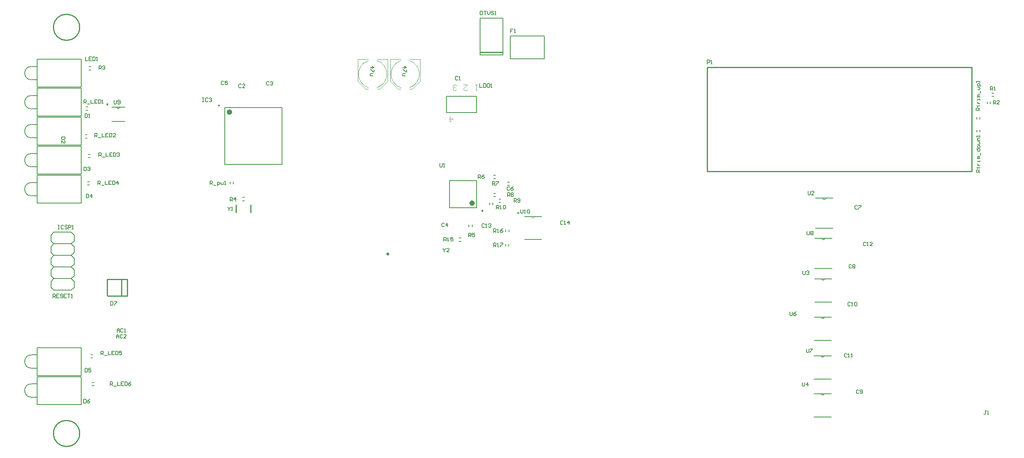
<source format=gbr>
G04 Layer_Color=65535*
%FSLAX45Y45*%
%MOMM*%
%TF.FileFunction,Legend,Top*%
%TF.Part,Single*%
G01*
G75*
%TA.AperFunction,NonConductor*%
%ADD49C,0.60000*%
%ADD50C,0.25000*%
%ADD51C,0.15240*%
%ADD52C,0.10160*%
%ADD53C,0.12700*%
%ADD54C,0.30480*%
%ADD55C,0.25400*%
%ADD56C,0.00000*%
%ADD57C,0.20000*%
%ADD58C,0.20320*%
%ADD59C,0.22860*%
%ADD60C,0.15000*%
%ADD61C,0.08636*%
G36*
X20405368Y20648611D02*
Y20648447D01*
Y20647955D01*
Y20647301D01*
X20405203Y20646481D01*
Y20645335D01*
X20405040Y20642877D01*
X20404713Y20639764D01*
X20404385Y20636160D01*
X20403894Y20632063D01*
X20403238Y20627477D01*
X20403403D01*
X20403729Y20627641D01*
X20404221Y20627969D01*
X20404877Y20628296D01*
X20405696Y20628624D01*
X20406679Y20629115D01*
X20409135Y20630098D01*
X20412085Y20631409D01*
X20415689Y20632884D01*
X20419458Y20634193D01*
X20423553Y20635669D01*
X20427649Y20623544D01*
X20427486D01*
X20427158Y20623381D01*
X20426501Y20623218D01*
X20425847Y20622890D01*
X20424864Y20622562D01*
X20423553Y20622235D01*
X20420932Y20621579D01*
X20417654Y20620760D01*
X20414050Y20619942D01*
X20410120Y20619122D01*
X20406187Y20618629D01*
X20406516Y20618468D01*
X20407170Y20617812D01*
X20408318Y20616501D01*
X20409955Y20614862D01*
X20412085Y20612732D01*
X20414706Y20609784D01*
X20417654Y20606506D01*
X20419130Y20604541D01*
X20420932Y20602411D01*
X20410611Y20595203D01*
X20410448Y20595531D01*
X20409792Y20596513D01*
X20408646Y20597987D01*
X20407333Y20599954D01*
X20405531Y20602576D01*
X20403566Y20605852D01*
X20401273Y20609456D01*
X20398814Y20613551D01*
Y20613388D01*
X20398486Y20613060D01*
X20398160Y20612405D01*
X20397668Y20611586D01*
X20397177Y20610603D01*
X20396521Y20609456D01*
X20395047Y20606671D01*
X20393245Y20603722D01*
X20391443Y20600774D01*
X20389478Y20597824D01*
X20387674Y20595203D01*
X20377518Y20602411D01*
X20377681Y20602576D01*
X20378009Y20602904D01*
X20378500Y20603558D01*
X20379155Y20604378D01*
X20379974Y20605360D01*
X20380957Y20606506D01*
X20383087Y20609128D01*
X20385381Y20611749D01*
X20387674Y20614371D01*
X20389967Y20616827D01*
X20390952Y20617812D01*
X20391769Y20618629D01*
X20391606D01*
X20391280Y20618794D01*
X20390623D01*
X20389804Y20618958D01*
X20388821Y20619286D01*
X20387674Y20619449D01*
X20385052Y20620105D01*
X20381776Y20620760D01*
X20378172Y20621579D01*
X20374568Y20622562D01*
X20370799Y20623544D01*
X20374731Y20635669D01*
X20374896D01*
X20375388Y20635506D01*
X20376044Y20635178D01*
X20377026Y20634850D01*
X20378009Y20634521D01*
X20379318Y20634030D01*
X20382268Y20632884D01*
X20385545Y20631573D01*
X20388821Y20630098D01*
X20391934Y20628789D01*
X20393245Y20627969D01*
X20394556Y20627313D01*
Y20627477D01*
Y20627969D01*
X20394392Y20628789D01*
X20394228Y20629771D01*
Y20631081D01*
X20394064Y20632556D01*
X20393736Y20635832D01*
X20393410Y20639436D01*
X20393245Y20642877D01*
X20392917Y20646153D01*
Y20647627D01*
Y20648775D01*
X20405368D01*
Y20648611D01*
D02*
G37*
G36*
X11413768Y23023511D02*
Y23023347D01*
Y23022856D01*
Y23022202D01*
X11413604Y23021381D01*
Y23020235D01*
X11413440Y23017776D01*
X11413113Y23014664D01*
X11412785Y23011060D01*
X11412294Y23006964D01*
X11411638Y23002377D01*
X11411802D01*
X11412130Y23002541D01*
X11412621Y23002869D01*
X11413277Y23003197D01*
X11414096Y23003523D01*
X11415079Y23004015D01*
X11417536Y23004997D01*
X11420485Y23006310D01*
X11424089Y23007784D01*
X11427858Y23009094D01*
X11431953Y23010568D01*
X11436049Y22998445D01*
X11435885D01*
X11435558Y22998280D01*
X11434902Y22998119D01*
X11434247Y22997791D01*
X11433264Y22997462D01*
X11431953Y22997134D01*
X11429332Y22996478D01*
X11426055Y22995660D01*
X11422451Y22994841D01*
X11418519Y22994022D01*
X11414587Y22993530D01*
X11414915Y22993367D01*
X11415570Y22992711D01*
X11416717Y22991402D01*
X11418355Y22989761D01*
X11420485Y22987633D01*
X11423106Y22984685D01*
X11426055Y22981407D01*
X11427530Y22979440D01*
X11429332Y22977312D01*
X11419011Y22970103D01*
X11418847Y22970430D01*
X11418192Y22971413D01*
X11417045Y22972888D01*
X11415734Y22974854D01*
X11413932Y22977475D01*
X11411966Y22980753D01*
X11409672Y22984357D01*
X11407215Y22988452D01*
Y22988287D01*
X11406887Y22987959D01*
X11406560Y22987305D01*
X11406068Y22986485D01*
X11405577Y22985503D01*
X11404921Y22984357D01*
X11403447Y22981570D01*
X11401645Y22978622D01*
X11399843Y22975673D01*
X11397877Y22972723D01*
X11396074Y22970103D01*
X11385917Y22977312D01*
X11386081Y22977475D01*
X11386409Y22977803D01*
X11386900Y22978458D01*
X11387555Y22979277D01*
X11388374Y22980260D01*
X11389357Y22981407D01*
X11391487Y22984029D01*
X11393781Y22986649D01*
X11396074Y22989272D01*
X11398368Y22991728D01*
X11399351Y22992711D01*
X11400170Y22993530D01*
X11400006D01*
X11399679Y22993694D01*
X11399023D01*
X11398204Y22993858D01*
X11397221Y22994186D01*
X11396074Y22994350D01*
X11393453Y22995004D01*
X11390177Y22995660D01*
X11386572Y22996478D01*
X11382968Y22997462D01*
X11379200Y22998445D01*
X11383132Y23010568D01*
X11383296D01*
X11383787Y23010405D01*
X11384443Y23010077D01*
X11385426Y23009750D01*
X11386409Y23009422D01*
X11387719Y23008929D01*
X11390668Y23007784D01*
X11393945Y23006473D01*
X11397221Y23004997D01*
X11400334Y23003688D01*
X11401645Y23002869D01*
X11402955Y23002213D01*
Y23002377D01*
Y23002869D01*
X11402792Y23003688D01*
X11402628Y23004671D01*
Y23005981D01*
X11402464Y23007455D01*
X11402136Y23010732D01*
X11401809Y23014337D01*
X11401645Y23017776D01*
X11401317Y23021054D01*
Y23022528D01*
Y23023676D01*
X11413768D01*
Y23023511D01*
D02*
G37*
D49*
X14110001Y22826199D02*
G03*
X14110001Y22826199I-30000J0D01*
G01*
X19419780Y20833659D02*
G03*
X19419780Y20833659I-30000J0D01*
G01*
D50*
X13862500Y22971201D02*
G03*
X13862500Y22971201I-12500J0D01*
G01*
X19627280Y20666161D02*
G03*
X19627280Y20666161I-12500J0D01*
G01*
D51*
X27033221Y17490440D02*
G03*
X27094180Y17490440I30480J0D01*
G01*
X27033221Y16662399D02*
G03*
X27094180Y16662399I30480J0D01*
G01*
X27038300Y18336259D02*
G03*
X27099261Y18336259I30480J0D01*
G01*
X27045920Y19177000D02*
G03*
X27106879Y19177000I30480J0D01*
G01*
X27066241Y20939760D02*
G03*
X27127200Y20939760I30480J0D01*
G01*
X27048459Y20063460D02*
G03*
X27109421Y20063460I30480J0D01*
G01*
X11615420Y22933659D02*
G03*
X11676380Y22933659I30480J0D01*
G01*
X26875739Y17490440D02*
X27033221D01*
X27094180D01*
X27251660D01*
X26875739Y16982440D02*
X27251660D01*
X26875739Y16662399D02*
X27033221D01*
X27094180D01*
X27251660D01*
X26875739Y16154401D02*
X27251660D01*
X26880820Y18336259D02*
X27038300D01*
X27099261D01*
X27256741D01*
X26880820Y17828259D02*
X27256741D01*
X26888440Y19177000D02*
X27045920D01*
X27106879D01*
X27264359D01*
X26888440Y18669000D02*
X27264359D01*
X26903680Y20939760D02*
X27066241D01*
X27127200D01*
X27289761D01*
X26903680Y20279359D02*
X27289761D01*
X10617201Y18928081D02*
X10680701Y18991580D01*
X10617201Y19182080D02*
X10680701Y19118581D01*
X10617201Y19182080D02*
X10680701Y19245580D01*
X10617201Y19436079D02*
X10680701Y19372580D01*
X10236201Y18928081D02*
X10617201D01*
X10172701Y18991580D02*
X10236201Y18928081D01*
X10172701Y18991580D02*
Y19118581D01*
X10236201Y19182080D01*
X10172701Y19245580D02*
X10236201Y19182080D01*
X10172701Y19245580D02*
Y19372580D01*
X10236201Y19436079D01*
Y19182080D02*
X10617201D01*
X10236201Y19436079D02*
X10617201D01*
X10680701Y19245580D02*
Y19372580D01*
Y18991580D02*
Y19118581D01*
X10617201Y19436079D02*
X10680701Y19499580D01*
X10617201Y19690080D02*
X10680701Y19626579D01*
X10172701Y19499580D02*
X10236201Y19436079D01*
X10172701Y19499580D02*
Y19626579D01*
X10236201Y19690080D01*
X10680701Y19499580D02*
Y19626579D01*
X10236201Y19690080D02*
X10617201D01*
X10236201Y19944080D02*
X10617201D01*
X10680701Y19753580D02*
Y19880580D01*
X10172701D02*
X10236201Y19944080D01*
X10172701Y19753580D02*
Y19880580D01*
Y19753580D02*
X10236201Y19690080D01*
X10617201Y19944080D02*
X10680701Y19880580D01*
X10617201Y19690080D02*
X10680701Y19753580D01*
X10236201Y19690080D02*
X10617201D01*
X10236201Y19944080D02*
X10617201D01*
X10680701Y20007581D01*
X10617201Y20198080D02*
X10680701Y20134579D01*
X10172701Y20007581D02*
X10236201Y19944080D01*
X10172701Y20007581D02*
Y20134579D01*
X10236201Y20198080D01*
X10680701Y20007581D02*
Y20134579D01*
X10236201Y20198080D02*
X10617201D01*
X26885901Y20063460D02*
X27048459D01*
X27109421D01*
X27271979D01*
X26885901Y19403059D02*
X27271979D01*
X11501120Y22618700D02*
X11790680D01*
X11676380Y22933659D02*
X11790680D01*
X11615420D02*
X11676380D01*
X11501120D02*
X11615420D01*
X20538440Y20535899D02*
X20695920D01*
X20756880D01*
X20914360D01*
X20538440Y20038060D02*
X20914360D01*
D52*
X17831155Y23950600D02*
G03*
X17831155Y23360609I94999J-294996D01*
G01*
X18021149D02*
G03*
X18021149Y23950600I-94999J294996D01*
G01*
X17119955D02*
G03*
X17119955Y23360609I94999J-294996D01*
G01*
X17309949D02*
G03*
X17309949Y23950600I-94999J294996D01*
G01*
X17601160Y23980597D02*
X17831155D01*
X17601160Y23500613D02*
Y23980597D01*
Y23500613D02*
X17771161Y23330611D01*
X17831155D01*
X18021149D02*
X18081142D01*
X18251144Y23500613D01*
Y23980597D01*
X18021149D02*
X18251144D01*
X16889960D02*
X17119955D01*
X16889960Y23500613D02*
Y23980597D01*
Y23500613D02*
X17059961Y23330611D01*
X17119955D01*
X17309949D02*
X17369942D01*
X17539944Y23500613D01*
Y23980597D01*
X17309949D02*
X17539944D01*
D53*
X9743440Y22552879D02*
G03*
X9743440Y22262880I0J-145000D01*
G01*
Y23187880D02*
G03*
X9743440Y22897881I0J-145000D01*
G01*
Y21282880D02*
G03*
X9743440Y20992880I0J-145000D01*
G01*
Y16875980D02*
G03*
X9743440Y16585980I0J-145000D01*
G01*
Y17510980D02*
G03*
X9743440Y17220979I0J-145000D01*
G01*
Y23822881D02*
G03*
X9743440Y23532880I0J-145000D01*
G01*
Y21917880D02*
G03*
X9743440Y21627879I0J-145000D01*
G01*
X9752240Y22552879D02*
X9862240D01*
X9752240Y22262880D02*
X9862240D01*
X9870440Y22712680D02*
X10835640D01*
X9870440Y22103081D02*
Y22712680D01*
Y22103081D02*
X10835640D01*
Y22712680D01*
Y22738080D02*
Y23347681D01*
X9870440Y22738080D02*
X10835640D01*
X9870440D02*
Y23347681D01*
X10835640D01*
X9752240Y22897881D02*
X9862240D01*
X9752240Y23187880D02*
X9862240D01*
X10835640Y20833080D02*
Y21442680D01*
X9870440Y20833080D02*
X10835640D01*
X9870440D02*
Y21442680D01*
X10835640D01*
X9752240Y20992880D02*
X9862240D01*
X9752240Y21282880D02*
X9862240D01*
X9752240Y16875980D02*
X9862240D01*
X9752240Y16585980D02*
X9862240D01*
X9870440Y17035780D02*
X10835640D01*
X9870440Y16426180D02*
Y17035780D01*
Y16426180D02*
X10835640D01*
Y17035780D01*
X9752240Y17510980D02*
X9862240D01*
X9752240Y17220979D02*
X9862240D01*
X9870440Y17670779D02*
X10835640D01*
X9870440Y17061180D02*
Y17670779D01*
Y17061180D02*
X10835640D01*
Y17670779D01*
X9752240Y23822881D02*
X9862240D01*
X9752240Y23532880D02*
X9862240D01*
X9870440Y23982680D02*
X10835640D01*
X9870440Y23373080D02*
Y23982680D01*
Y23373080D02*
X10835640D01*
Y23982680D01*
X9752240Y21917880D02*
X9862240D01*
X9752240Y21627879D02*
X9862240D01*
X9870440Y22077679D02*
X10835640D01*
X9870440Y21468080D02*
Y22077679D01*
Y21468080D02*
X10835640D01*
Y22077679D01*
D54*
X17563109Y19718604D02*
G03*
X17563109Y19718604I-17958J0D01*
G01*
D55*
X10801350Y15791180D02*
G03*
X10801350Y15791180I-285750J0D01*
G01*
Y24681180D02*
G03*
X10801350Y24681180I-285750J0D01*
G01*
X19567081Y24135080D02*
X20067081D01*
X24537000Y21524420D02*
X30326999D01*
Y23804420D01*
X24537000D02*
X30326999D01*
X24537000Y21524420D02*
Y23804420D01*
X11715580Y18803960D02*
Y19163960D01*
X11413580Y18803960D02*
X11845580D01*
X11405580Y18807961D02*
Y19163960D01*
X11837580D01*
X11845580Y18807961D02*
Y19163960D01*
D56*
X20695920Y20535899D02*
G03*
X20756880Y20535899I30480J0D01*
G01*
D57*
X13980000Y21676199D02*
X15230000D01*
X13980000Y22926199D02*
X15230000D01*
Y21676199D02*
Y22926199D01*
X13980000Y21676199D02*
Y22926199D01*
X19860580Y21439580D02*
X19900580D01*
X19860580Y21369580D02*
X19900580D01*
X20167920Y21289720D02*
X20207919D01*
X20167920Y21219720D02*
X20207919D01*
X19977420Y20848880D02*
X20017419D01*
X19977420Y20918880D02*
X20017419D01*
X19860580Y21043340D02*
X19900580D01*
X19860580Y20973340D02*
X19900580D01*
X19847000Y20800380D02*
Y20840379D01*
X19777000Y20800380D02*
Y20840379D01*
X19392340Y20315240D02*
Y20355240D01*
X19322340Y20315240D02*
Y20355240D01*
X20974440Y24239220D02*
Y24489220D01*
X20229440D02*
X20974440D01*
X20229440Y23989220D02*
Y24489220D01*
Y23989220D02*
X20974440D01*
Y24239220D01*
X19817081Y24076981D02*
X20067081D01*
Y24878979D01*
X19567081D02*
X20067081D01*
X19567081Y24076981D02*
Y24878979D01*
Y24076981D02*
X19817081D01*
X14366560Y20886980D02*
X14406560D01*
X14366560Y20956979D02*
X14406560D01*
X30663440Y23007640D02*
Y23047639D01*
X30733441Y23007640D02*
Y23047639D01*
X30767340Y23170441D02*
X30807339D01*
X30767340Y23240440D02*
X30807339D01*
X11006140Y23749561D02*
X11046140D01*
X11006140Y23819560D02*
X11046140D01*
X30434839Y22672360D02*
Y22712360D01*
X30504840Y22672360D02*
Y22712360D01*
X30434839Y22390421D02*
Y22430420D01*
X30504840Y22390421D02*
Y22430420D01*
X14167560Y21257581D02*
Y21297580D01*
X14097560Y21257581D02*
Y21297580D01*
X10970580Y21302420D02*
X11010580D01*
X10970580Y21232420D02*
X11010580D01*
X10988360Y21904401D02*
X11028360D01*
X10988360Y21834399D02*
X11028360D01*
X10927400Y22328580D02*
X10967400D01*
X10927400Y22258580D02*
X10967400D01*
X10937560Y22938181D02*
X10977560D01*
X10937560Y22868179D02*
X10977560D01*
X11044240Y17445280D02*
X11084240D01*
X11044240Y17515280D02*
X11084240D01*
X11077260Y16838220D02*
X11117260D01*
X11077260Y16908220D02*
X11117260D01*
X18899780Y21323660D02*
X19489780D01*
X18899780Y20733659D02*
X19489780D01*
X18899780D02*
Y21323660D01*
X19489780Y20733659D02*
Y21323660D01*
X19111279Y20067979D02*
X19151280D01*
X19111279Y19997980D02*
X19151280D01*
X20197520Y20206020D02*
Y20246021D01*
X20127521Y20206020D02*
Y20246021D01*
X20194980Y19896140D02*
Y19936140D01*
X20124980Y19896140D02*
Y19936140D01*
D58*
X18831560Y22814279D02*
Y23169879D01*
X19486880D01*
Y22814279D02*
Y23169879D01*
X18831560Y22814279D02*
X19486880D01*
D59*
X14542084Y20629790D02*
Y20791068D01*
X14222064Y20629790D02*
Y20791068D01*
D60*
X19923759Y20706081D02*
Y20786053D01*
X19963747D01*
X19977077Y20772725D01*
Y20746066D01*
X19963747Y20732738D01*
X19923759D01*
X19950418D02*
X19977077Y20706081D01*
X20003734D02*
X20030392D01*
X20017062D01*
Y20786053D01*
X20003734Y20772725D01*
X20070380D02*
X20083710Y20786053D01*
X20110367D01*
X20123695Y20772725D01*
Y20719409D01*
X20110367Y20706081D01*
X20083710D01*
X20070380Y20719409D01*
Y20772725D01*
X20307300Y20853400D02*
Y20933374D01*
X20347287D01*
X20360616Y20920045D01*
Y20893387D01*
X20347287Y20880058D01*
X20307300D01*
X20333958D02*
X20360616Y20853400D01*
X20387274Y20866730D02*
X20400603Y20853400D01*
X20427261D01*
X20440590Y20866730D01*
Y20920045D01*
X20427261Y20933374D01*
X20400603D01*
X20387274Y20920045D01*
Y20906715D01*
X20400603Y20893387D01*
X20440590D01*
X20162520Y20977859D02*
Y21057834D01*
X20202507D01*
X20215836Y21044505D01*
Y21017847D01*
X20202507Y21004518D01*
X20162520D01*
X20189178D02*
X20215836Y20977859D01*
X20242494Y21044505D02*
X20255823Y21057834D01*
X20282481D01*
X20295810Y21044505D01*
Y21031177D01*
X20282481Y21017847D01*
X20295810Y21004518D01*
Y20991190D01*
X20282481Y20977859D01*
X20255823D01*
X20242494Y20991190D01*
Y21004518D01*
X20255823Y21017847D01*
X20242494Y21031177D01*
Y21044505D01*
X20255823Y21017847D02*
X20282481D01*
X19834860Y21226781D02*
Y21306754D01*
X19874847D01*
X19888176Y21293425D01*
Y21266766D01*
X19874847Y21253438D01*
X19834860D01*
X19861517D02*
X19888176Y21226781D01*
X19914835Y21306754D02*
X19968150D01*
Y21293425D01*
X19914835Y21240109D01*
Y21226781D01*
X19523158Y21373747D02*
Y21453722D01*
X19563145D01*
X19576476Y21440393D01*
Y21413734D01*
X19563145Y21400406D01*
X19523158D01*
X19549817D02*
X19576476Y21373747D01*
X19656448Y21453722D02*
X19629791Y21440393D01*
X19603133Y21413734D01*
Y21387077D01*
X19616463Y21373747D01*
X19643120D01*
X19656448Y21387077D01*
Y21400406D01*
X19643120Y21413734D01*
X19603133D01*
X19311620Y20093941D02*
Y20173914D01*
X19351607D01*
X19364935Y20160585D01*
Y20133926D01*
X19351607Y20120598D01*
X19311620D01*
X19338278D02*
X19364935Y20093941D01*
X19444910Y20173914D02*
X19391594D01*
Y20133926D01*
X19418253Y20147256D01*
X19431581D01*
X19444910Y20133926D01*
Y20107269D01*
X19431581Y20093941D01*
X19404922D01*
X19391594Y20107269D01*
X19659576Y20368864D02*
X19646246Y20382195D01*
X19619589D01*
X19606261Y20368864D01*
Y20315549D01*
X19619589Y20302220D01*
X19646246D01*
X19659576Y20315549D01*
X19686234Y20302220D02*
X19712892D01*
X19699564D01*
Y20382195D01*
X19686234Y20368864D01*
X19752879D02*
X19766209Y20382195D01*
X19792867D01*
X19806197Y20368864D01*
Y20355536D01*
X19792867Y20342207D01*
X19779538D01*
X19792867D01*
X19806197Y20328877D01*
Y20315549D01*
X19792867Y20302220D01*
X19766209D01*
X19752879Y20315549D01*
X19560539Y23445435D02*
Y23365460D01*
X19613857D01*
X19640514Y23445435D02*
Y23365460D01*
X19680501D01*
X19693829Y23378789D01*
Y23432104D01*
X19680501Y23445435D01*
X19640514D01*
X19760477D02*
X19733818D01*
X19720488Y23432104D01*
Y23378789D01*
X19733818Y23365460D01*
X19760477D01*
X19773804Y23378789D01*
Y23432104D01*
X19760477Y23445435D01*
X19800462Y23365460D02*
X19827121D01*
X19813792D01*
Y23445435D01*
X19800462Y23432104D01*
X20286955Y24644315D02*
X20233640D01*
Y24604327D01*
X20260298D01*
X20233640D01*
Y24564340D01*
X20313614D02*
X20340273D01*
X20326942D01*
Y24644315D01*
X20313614Y24630984D01*
X19568159Y25035474D02*
Y24955499D01*
X19608147D01*
X19621477Y24968829D01*
Y25022145D01*
X19608147Y25035474D01*
X19568159D01*
X19648134D02*
X19701450D01*
X19674792D01*
Y24955499D01*
X19728108Y25035474D02*
Y24982158D01*
X19754765Y24955499D01*
X19781424Y24982158D01*
Y25035474D01*
X19861398Y25022145D02*
X19848070Y25035474D01*
X19821413D01*
X19808083Y25022145D01*
Y25008817D01*
X19821413Y24995486D01*
X19848070D01*
X19861398Y24982158D01*
Y24968829D01*
X19848070Y24955499D01*
X19821413D01*
X19808083Y24968829D01*
X19888057Y24955499D02*
X19914716D01*
X19901385D01*
Y25035474D01*
X19888057Y25022145D01*
X14338277Y23427025D02*
X14324947Y23440353D01*
X14298289D01*
X14284959Y23427025D01*
Y23373709D01*
X14298289Y23360381D01*
X14324947D01*
X14338277Y23373709D01*
X14418250Y23360381D02*
X14364934D01*
X14418250Y23413696D01*
Y23427025D01*
X14404921Y23440353D01*
X14378262D01*
X14364934Y23427025D01*
X26708099Y17644073D02*
Y17577429D01*
X26721429Y17564101D01*
X26748087D01*
X26761417Y17577429D01*
Y17644073D01*
X26788074D02*
X26841391D01*
Y17630745D01*
X26788074Y17577429D01*
Y17564101D01*
X26619199Y16904935D02*
Y16838289D01*
X26632529Y16824960D01*
X26659186D01*
X26672516Y16838289D01*
Y16904935D01*
X26739160Y16824960D02*
Y16904935D01*
X26699173Y16864948D01*
X26752490D01*
X26347421Y18451794D02*
Y18385149D01*
X26360748Y18371820D01*
X26387408D01*
X26400735Y18385149D01*
Y18451794D01*
X26480710D02*
X26454053Y18438464D01*
X26427393Y18411807D01*
Y18385149D01*
X26440723Y18371820D01*
X26467380D01*
X26480710Y18385149D01*
Y18398479D01*
X26467380Y18411807D01*
X26427393D01*
X27594537Y17526605D02*
X27581207Y17539934D01*
X27554550D01*
X27541220Y17526605D01*
Y17473289D01*
X27554550Y17459959D01*
X27581207D01*
X27594537Y17473289D01*
X27621194Y17459959D02*
X27647852D01*
X27634521D01*
Y17539934D01*
X27621194Y17526605D01*
X27687839Y17459959D02*
X27714499D01*
X27701169D01*
Y17539934D01*
X27687839Y17526605D01*
X27853616Y16731586D02*
X27840286Y16744914D01*
X27813629D01*
X27800299Y16731586D01*
Y16678268D01*
X27813629Y16664940D01*
X27840286D01*
X27853616Y16678268D01*
X27880273D02*
X27893604Y16664940D01*
X27920261D01*
X27933591Y16678268D01*
Y16731586D01*
X27920261Y16744914D01*
X27893604D01*
X27880273Y16731586D01*
Y16718256D01*
X27893604Y16704927D01*
X27933591D01*
X27668195Y18651825D02*
X27654868Y18665154D01*
X27628210D01*
X27614880Y18651825D01*
Y18598509D01*
X27628210Y18585181D01*
X27654868D01*
X27668195Y18598509D01*
X27694855Y18585181D02*
X27721512D01*
X27708182D01*
Y18665154D01*
X27694855Y18651825D01*
X27761499D02*
X27774829Y18665154D01*
X27801486D01*
X27814816Y18651825D01*
Y18598509D01*
X27801486Y18585181D01*
X27774829D01*
X27761499Y18598509D01*
Y18651825D01*
X27693597Y19474785D02*
X27680267Y19488113D01*
X27653610D01*
X27640280Y19474785D01*
Y19421469D01*
X27653610Y19408141D01*
X27680267D01*
X27693597Y19421469D01*
X27720255Y19474785D02*
X27733582Y19488113D01*
X27760242D01*
X27773569Y19474785D01*
Y19461456D01*
X27760242Y19448128D01*
X27773569Y19434798D01*
Y19421469D01*
X27760242Y19408141D01*
X27733582D01*
X27720255Y19421469D01*
Y19434798D01*
X27733582Y19448128D01*
X27720255Y19461456D01*
Y19474785D01*
X27733582Y19448128D02*
X27760242D01*
X28006015Y19965005D02*
X27992688Y19978334D01*
X27966028D01*
X27952701Y19965005D01*
Y19911690D01*
X27966028Y19898360D01*
X27992688D01*
X28006015Y19911690D01*
X28032675Y19898360D02*
X28059332D01*
X28046002D01*
Y19978334D01*
X28032675Y19965005D01*
X28152637Y19898360D02*
X28099319D01*
X28152637Y19951675D01*
Y19965005D01*
X28139307Y19978334D01*
X28112650D01*
X28099319Y19965005D01*
X27823135Y20765105D02*
X27809808Y20778435D01*
X27783148D01*
X27769821Y20765105D01*
Y20711789D01*
X27783148Y20698460D01*
X27809808D01*
X27823135Y20711789D01*
X27849792Y20778435D02*
X27903110D01*
Y20765105D01*
X27849792Y20711789D01*
Y20698460D01*
X14094460Y20876260D02*
Y20956235D01*
X14134447D01*
X14147775Y20942905D01*
Y20916248D01*
X14134447Y20902917D01*
X14094460D01*
X14121118D02*
X14147775Y20876260D01*
X14214421D02*
Y20956235D01*
X14174434Y20916248D01*
X14227750D01*
X14947876Y23480365D02*
X14934547Y23493694D01*
X14907889D01*
X14894560Y23480365D01*
Y23427049D01*
X14907889Y23413721D01*
X14934547D01*
X14947876Y23427049D01*
X14974535Y23480365D02*
X14987863Y23493694D01*
X15014520D01*
X15027850Y23480365D01*
Y23467036D01*
X15014520Y23453706D01*
X15001192D01*
X15014520D01*
X15027850Y23440378D01*
Y23427049D01*
X15014520Y23413721D01*
X14987863D01*
X14974535Y23427049D01*
X30797501Y22999699D02*
Y23079674D01*
X30837488D01*
X30850815Y23066345D01*
Y23039687D01*
X30837488Y23026358D01*
X30797501D01*
X30824158D02*
X30850815Y22999699D01*
X30930789D02*
X30877475D01*
X30930789Y23053017D01*
Y23066345D01*
X30917462Y23079674D01*
X30890802D01*
X30877475Y23066345D01*
X30734000Y23301961D02*
Y23381934D01*
X30773987D01*
X30787317Y23368605D01*
Y23341946D01*
X30773987Y23328618D01*
X30734000D01*
X30760657D02*
X30787317Y23301961D01*
X30813974D02*
X30840631D01*
X30827304D01*
Y23381934D01*
X30813974Y23368605D01*
X11221720Y23759160D02*
Y23839134D01*
X11261707D01*
X11275036Y23825806D01*
Y23799147D01*
X11261707Y23785818D01*
X11221720D01*
X11248378D02*
X11275036Y23759160D01*
X11301694Y23825806D02*
X11315023Y23839134D01*
X11341681D01*
X11355010Y23825806D01*
Y23812476D01*
X11341681Y23799147D01*
X11328352D01*
X11341681D01*
X11355010Y23785818D01*
Y23772488D01*
X11341681Y23759160D01*
X11315023D01*
X11301694Y23772488D01*
X24538940Y23883620D02*
Y23963594D01*
X24578928D01*
X24592256Y23950266D01*
Y23923607D01*
X24578928Y23910278D01*
X24538940D01*
X24618913Y23883620D02*
X24645572D01*
X24632243D01*
Y23963594D01*
X24618913Y23950266D01*
X26629361Y19350954D02*
Y19284309D01*
X26642688Y19270979D01*
X26669348D01*
X26682675Y19284309D01*
Y19350954D01*
X26709335Y19337625D02*
X26722662Y19350954D01*
X26749323D01*
X26762650Y19337625D01*
Y19324297D01*
X26749323Y19310966D01*
X26735992D01*
X26749323D01*
X26762650Y19297638D01*
Y19284309D01*
X26749323Y19270979D01*
X26722662D01*
X26709335Y19284309D01*
X26741119Y21093394D02*
Y21026749D01*
X26754449Y21013420D01*
X26781107D01*
X26794437Y21026749D01*
Y21093394D01*
X26874411Y21013420D02*
X26821094D01*
X26874411Y21066736D01*
Y21080064D01*
X26861081Y21093394D01*
X26834424D01*
X26821094Y21080064D01*
X30502859Y22862540D02*
X30422885D01*
Y22902527D01*
X30436215Y22915855D01*
X30462872D01*
X30476202Y22902527D01*
Y22862540D01*
Y22889198D02*
X30502859Y22915855D01*
X30436215Y22955843D02*
X30449545D01*
Y22942514D01*
Y22969173D01*
Y22955843D01*
X30489532D01*
X30502859Y22969173D01*
X30449545Y23009158D02*
X30502859D01*
X30476202D01*
X30462872Y23022488D01*
X30449545Y23035818D01*
Y23049147D01*
X30502859Y23089134D02*
Y23115791D01*
Y23102463D01*
X30449545D01*
Y23089134D01*
X30502859Y23155779D02*
X30449545D01*
Y23169109D01*
X30462872Y23182437D01*
X30502859D01*
X30462872D01*
X30449545Y23195766D01*
X30462872Y23209094D01*
X30502859D01*
X30516190Y23235753D02*
Y23289069D01*
X30449545Y23315727D02*
X30489532D01*
X30502859Y23329056D01*
Y23369043D01*
X30449545D01*
X30529517Y23395702D02*
X30449545D01*
Y23435689D01*
X30462872Y23449017D01*
X30489532D01*
X30502859Y23435689D01*
Y23395702D01*
Y23475676D02*
Y23502335D01*
Y23489005D01*
X30422885D01*
X30436215Y23475676D01*
X30505399Y21511259D02*
X30425427D01*
Y21551247D01*
X30438754Y21564577D01*
X30465414D01*
X30478741Y21551247D01*
Y21511259D01*
Y21537918D02*
X30505399Y21564577D01*
X30438754Y21604562D02*
X30452084D01*
Y21591234D01*
Y21617892D01*
Y21604562D01*
X30492072D01*
X30505399Y21617892D01*
X30452084Y21657880D02*
X30505399D01*
X30478741D01*
X30465414Y21671210D01*
X30452084Y21684538D01*
Y21697867D01*
X30505399Y21737854D02*
Y21764513D01*
Y21751183D01*
X30452084D01*
Y21737854D01*
X30505399Y21804498D02*
X30452084D01*
Y21817828D01*
X30465414Y21831157D01*
X30505399D01*
X30465414D01*
X30452084Y21844485D01*
X30465414Y21857816D01*
X30505399D01*
X30518729Y21884473D02*
Y21937788D01*
X30425427Y22017763D02*
X30505399D01*
Y21977776D01*
X30492072Y21964447D01*
X30465414D01*
X30452084Y21977776D01*
Y22017763D01*
X30505399Y22057751D02*
Y22084409D01*
X30492072Y22097739D01*
X30465414D01*
X30452084Y22084409D01*
Y22057751D01*
X30465414Y22044421D01*
X30492072D01*
X30505399Y22057751D01*
X30452084Y22124396D02*
X30492072D01*
X30505399Y22137724D01*
X30492072Y22151054D01*
X30505399Y22164383D01*
X30492072Y22177711D01*
X30452084D01*
X30505399Y22204370D02*
X30452084D01*
Y22244357D01*
X30465414Y22257686D01*
X30505399D01*
Y22284344D02*
Y22311002D01*
Y22297673D01*
X30425427D01*
X30438754Y22284344D01*
X13652499Y21239481D02*
Y21319453D01*
X13692487D01*
X13705817Y21306125D01*
Y21279466D01*
X13692487Y21266138D01*
X13652499D01*
X13679158D02*
X13705817Y21239481D01*
X13732474Y21226151D02*
X13785789D01*
X13812448Y21212822D02*
Y21292796D01*
X13852435D01*
X13865764Y21279466D01*
Y21252809D01*
X13852435Y21239481D01*
X13812448D01*
X13892422Y21292796D02*
Y21252809D01*
X13905753Y21239481D01*
X13945740D01*
Y21292796D01*
X13972397Y21239481D02*
X13999055D01*
X13985725D01*
Y21319453D01*
X13972397Y21306125D01*
X11201400Y21236940D02*
Y21316914D01*
X11241387D01*
X11254716Y21303584D01*
Y21276927D01*
X11241387Y21263599D01*
X11201400D01*
X11228058D02*
X11254716Y21236940D01*
X11281374Y21223611D02*
X11334690D01*
X11361348Y21316914D02*
Y21236940D01*
X11414664D01*
X11494639Y21316914D02*
X11441323D01*
Y21236940D01*
X11494639D01*
X11441323Y21276927D02*
X11467981D01*
X11521297Y21316914D02*
Y21236940D01*
X11561284D01*
X11574613Y21250269D01*
Y21303584D01*
X11561284Y21316914D01*
X11521297D01*
X11641258Y21236940D02*
Y21316914D01*
X11601271Y21276927D01*
X11654587D01*
X11219180Y21854160D02*
Y21934134D01*
X11259167D01*
X11272496Y21920805D01*
Y21894147D01*
X11259167Y21880818D01*
X11219180D01*
X11245838D02*
X11272496Y21854160D01*
X11299154Y21840831D02*
X11352470D01*
X11379128Y21934134D02*
Y21854160D01*
X11432444D01*
X11512419Y21934134D02*
X11459103D01*
Y21854160D01*
X11512419D01*
X11459103Y21894147D02*
X11485761D01*
X11539077Y21934134D02*
Y21854160D01*
X11579064D01*
X11592393Y21867490D01*
Y21920805D01*
X11579064Y21934134D01*
X11539077D01*
X11619051Y21920805D02*
X11632380Y21934134D01*
X11659038D01*
X11672367Y21920805D01*
Y21907475D01*
X11659038Y21894147D01*
X11645709D01*
X11659038D01*
X11672367Y21880818D01*
Y21867490D01*
X11659038Y21854160D01*
X11632380D01*
X11619051Y21867490D01*
X11132820Y22280881D02*
Y22360854D01*
X11172807D01*
X11186136Y22347525D01*
Y22320866D01*
X11172807Y22307538D01*
X11132820D01*
X11159478D02*
X11186136Y22280881D01*
X11212794Y22267551D02*
X11266110D01*
X11292768Y22360854D02*
Y22280881D01*
X11346084D01*
X11426059Y22360854D02*
X11372743D01*
Y22280881D01*
X11426059D01*
X11372743Y22320866D02*
X11399401D01*
X11452717Y22360854D02*
Y22280881D01*
X11492704D01*
X11506033Y22294209D01*
Y22347525D01*
X11492704Y22360854D01*
X11452717D01*
X11586007Y22280881D02*
X11532691D01*
X11586007Y22334196D01*
Y22347525D01*
X11572678Y22360854D01*
X11546020D01*
X11532691Y22347525D01*
X10891520Y23014940D02*
Y23094914D01*
X10931507D01*
X10944836Y23081586D01*
Y23054927D01*
X10931507Y23041599D01*
X10891520D01*
X10918178D02*
X10944836Y23014940D01*
X10971494Y23001611D02*
X11024810D01*
X11051468Y23094914D02*
Y23014940D01*
X11104784D01*
X11184759Y23094914D02*
X11131443D01*
Y23014940D01*
X11184759D01*
X11131443Y23054927D02*
X11158101D01*
X11211417Y23094914D02*
Y23014940D01*
X11251404D01*
X11264733Y23028268D01*
Y23081586D01*
X11251404Y23094914D01*
X11211417D01*
X11291391Y23014940D02*
X11318049D01*
X11304720D01*
Y23094914D01*
X11291391Y23081586D01*
X30645078Y16287714D02*
X30618417D01*
X30631747D01*
Y16221069D01*
X30618417Y16207739D01*
X30605090D01*
X30591760Y16221069D01*
X30671735Y16207739D02*
X30698392D01*
X30685062D01*
Y16287714D01*
X30671735Y16274385D01*
X11480800Y18680394D02*
Y18600420D01*
X11520787D01*
X11534116Y18613750D01*
Y18667065D01*
X11520787Y18680394D01*
X11480800D01*
X11560774D02*
X11614090D01*
Y18667065D01*
X11560774Y18613750D01*
Y18600420D01*
X17875352Y23793417D02*
X17955325D01*
X17915340Y23833405D01*
Y23780087D01*
X17955325Y23753430D02*
Y23700114D01*
X17941997D01*
X17888681Y23753430D01*
X17875352D01*
X17928668Y23673456D02*
X17888681D01*
X17875352Y23660127D01*
Y23620140D01*
X17928668D01*
X17164153Y23793417D02*
X17244125D01*
X17204140Y23833405D01*
Y23780087D01*
X17244125Y23753430D02*
Y23700114D01*
X17230797D01*
X17177481Y23753430D01*
X17164153D01*
X17217468Y23673456D02*
X17177481D01*
X17164153Y23660127D01*
Y23620140D01*
X17217468D01*
X20210756Y21179124D02*
X20197427Y21192455D01*
X20170769D01*
X20157440Y21179124D01*
Y21125809D01*
X20170769Y21112480D01*
X20197427D01*
X20210756Y21125809D01*
X20290730Y21192455D02*
X20264072Y21179124D01*
X20237415Y21152467D01*
Y21125809D01*
X20250743Y21112480D01*
X20277402D01*
X20290730Y21125809D01*
Y21139137D01*
X20277402Y21152467D01*
X20237415D01*
X13489940Y23133014D02*
X13516599D01*
X13503268D01*
Y23053040D01*
X13489940D01*
X13516599D01*
X13609901Y23119685D02*
X13596573Y23133014D01*
X13569914D01*
X13556586Y23119685D01*
Y23066370D01*
X13569914Y23053040D01*
X13596573D01*
X13609901Y23066370D01*
X13636559Y23119685D02*
X13649889Y23133014D01*
X13676547D01*
X13689876Y23119685D01*
Y23106355D01*
X13676547Y23093027D01*
X13663219D01*
X13676547D01*
X13689876Y23079698D01*
Y23066370D01*
X13676547Y23053040D01*
X13649889D01*
X13636559Y23066370D01*
X13957275Y23487985D02*
X13943947Y23501314D01*
X13917290D01*
X13903960Y23487985D01*
Y23434669D01*
X13917290Y23421339D01*
X13943947D01*
X13957275Y23434669D01*
X14037250Y23501314D02*
X13983934D01*
Y23461327D01*
X14010593Y23474657D01*
X14023921D01*
X14037250Y23461327D01*
Y23434669D01*
X14023921Y23421339D01*
X13997263D01*
X13983934Y23434669D01*
X14043660Y20750494D02*
Y20737164D01*
X14070319Y20710507D01*
X14096976Y20737164D01*
Y20750494D01*
X14070319Y20710507D02*
Y20670520D01*
X14123634D02*
X14150291D01*
X14136963D01*
Y20750494D01*
X14123634Y20737164D01*
X10480690Y22282253D02*
X10400716D01*
Y22242264D01*
X10414045Y22228935D01*
X10467361D01*
X10480690Y22242264D01*
Y22282253D01*
X10400716Y22148961D02*
Y22202277D01*
X10454032Y22148961D01*
X10467361D01*
X10480690Y22162289D01*
Y22188948D01*
X10467361Y22202277D01*
X11620500Y18008600D02*
Y18061916D01*
X11647158Y18088574D01*
X11673816Y18061916D01*
Y18008600D01*
Y18048587D01*
X11620500D01*
X11753790Y18075246D02*
X11740461Y18088574D01*
X11713803D01*
X11700474Y18075246D01*
Y18021928D01*
X11713803Y18008600D01*
X11740461D01*
X11753790Y18021928D01*
X11780448Y18008600D02*
X11807106D01*
X11793778D01*
Y18088574D01*
X11780448Y18075246D01*
X10330180Y20349174D02*
X10356838D01*
X10343509D01*
Y20269200D01*
X10330180D01*
X10356838D01*
X10450141Y20335844D02*
X10436813Y20349174D01*
X10410154D01*
X10396825Y20335844D01*
Y20282529D01*
X10410154Y20269200D01*
X10436813D01*
X10450141Y20282529D01*
X10530116Y20335844D02*
X10516787Y20349174D01*
X10490129D01*
X10476799Y20335844D01*
Y20322516D01*
X10490129Y20309187D01*
X10516787D01*
X10530116Y20295857D01*
Y20282529D01*
X10516787Y20269200D01*
X10490129D01*
X10476799Y20282529D01*
X10556774Y20269200D02*
Y20349174D01*
X10596761D01*
X10610090Y20335844D01*
Y20309187D01*
X10596761Y20295857D01*
X10556774D01*
X10636748Y20269200D02*
X10663406D01*
X10650077D01*
Y20349174D01*
X10636748Y20335844D01*
X10919460Y22787573D02*
Y22707600D01*
X10959447D01*
X10972776Y22720929D01*
Y22774245D01*
X10959447Y22787573D01*
X10919460D01*
X10999434Y22707600D02*
X11026092D01*
X11012763D01*
Y22787573D01*
X10999434Y22774245D01*
X10947400Y21029893D02*
Y20949921D01*
X10987387D01*
X11000716Y20963249D01*
Y21016565D01*
X10987387Y21029893D01*
X10947400D01*
X11067361Y20949921D02*
Y21029893D01*
X11027374Y20989906D01*
X11080690D01*
X10888980Y16536633D02*
Y16456660D01*
X10928967D01*
X10942296Y16469989D01*
Y16523305D01*
X10928967Y16536633D01*
X10888980D01*
X11022270D02*
X10995612Y16523305D01*
X10968954Y16496648D01*
Y16469989D01*
X10982283Y16456660D01*
X11008941D01*
X11022270Y16469989D01*
Y16483318D01*
X11008941Y16496648D01*
X10968954D01*
X10916920Y17214815D02*
Y17134840D01*
X10956907D01*
X10970236Y17148169D01*
Y17201485D01*
X10956907Y17214815D01*
X10916920D01*
X11050210D02*
X10996894D01*
Y17174828D01*
X11023552Y17188156D01*
X11036881D01*
X11050210Y17174828D01*
Y17148169D01*
X11036881Y17134840D01*
X11010223D01*
X10996894Y17148169D01*
X10929620Y24032175D02*
Y23952200D01*
X10982936D01*
X11062910Y24032175D02*
X11009594D01*
Y23952200D01*
X11062910D01*
X11009594Y23992188D02*
X11036252D01*
X11089568Y24032175D02*
Y23952200D01*
X11129556D01*
X11142884Y23965529D01*
Y24018845D01*
X11129556Y24032175D01*
X11089568D01*
X11169543Y23952200D02*
X11196201D01*
X11182872D01*
Y24032175D01*
X11169543Y24018845D01*
X11607800Y17876520D02*
Y17929836D01*
X11634458Y17956494D01*
X11661116Y17929836D01*
Y17876520D01*
Y17916507D01*
X11607800D01*
X11741090Y17943166D02*
X11727761Y17956494D01*
X11701103D01*
X11687774Y17943166D01*
Y17889848D01*
X11701103Y17876520D01*
X11727761D01*
X11741090Y17889848D01*
X11821064Y17876520D02*
X11767748D01*
X11821064Y17929836D01*
Y17943166D01*
X11807736Y17956494D01*
X11781078D01*
X11767748Y17943166D01*
X19080457Y23594666D02*
X19067126Y23607994D01*
X19040469D01*
X19027139Y23594666D01*
Y23541348D01*
X19040469Y23528020D01*
X19067126D01*
X19080457Y23541348D01*
X19107114Y23528020D02*
X19133772D01*
X19120444D01*
Y23607994D01*
X19107114Y23594666D01*
X18783276Y20381564D02*
X18769946Y20394894D01*
X18743289D01*
X18729961Y20381564D01*
Y20328249D01*
X18743289Y20314920D01*
X18769946D01*
X18783276Y20328249D01*
X18849921Y20314920D02*
Y20394894D01*
X18809933Y20354907D01*
X18863251D01*
X10894060Y21624254D02*
Y21544279D01*
X10934047D01*
X10947376Y21557610D01*
Y21610925D01*
X10934047Y21624254D01*
X10894060D01*
X10974034Y21610925D02*
X10987363Y21624254D01*
X11014021D01*
X11027350Y21610925D01*
Y21597597D01*
X11014021Y21584267D01*
X11000692D01*
X11014021D01*
X11027350Y21570938D01*
Y21557610D01*
X11014021Y21544279D01*
X10987363D01*
X10974034Y21557610D01*
X11267440Y17513300D02*
Y17593274D01*
X11307427D01*
X11320756Y17579945D01*
Y17553287D01*
X11307427Y17539958D01*
X11267440D01*
X11294098D02*
X11320756Y17513300D01*
X11347414Y17499971D02*
X11400730D01*
X11427388Y17593274D02*
Y17513300D01*
X11480704D01*
X11560679Y17593274D02*
X11507363D01*
Y17513300D01*
X11560679D01*
X11507363Y17553287D02*
X11534021D01*
X11587337Y17593274D02*
Y17513300D01*
X11627324D01*
X11640653Y17526630D01*
Y17579945D01*
X11627324Y17593274D01*
X11587337D01*
X11720627D02*
X11667311D01*
Y17553287D01*
X11693969Y17566615D01*
X11707298D01*
X11720627Y17553287D01*
Y17526630D01*
X11707298Y17513300D01*
X11680640D01*
X11667311Y17526630D01*
X11470640Y16840199D02*
Y16920174D01*
X11510627D01*
X11523956Y16906845D01*
Y16880186D01*
X11510627Y16866858D01*
X11470640D01*
X11497298D02*
X11523956Y16840199D01*
X11550614Y16826871D02*
X11603930D01*
X11630588Y16920174D02*
Y16840199D01*
X11683904D01*
X11763879Y16920174D02*
X11710563D01*
Y16840199D01*
X11763879D01*
X11710563Y16880186D02*
X11737221D01*
X11790537Y16920174D02*
Y16840199D01*
X11830524D01*
X11843853Y16853529D01*
Y16906845D01*
X11830524Y16920174D01*
X11790537D01*
X11923827D02*
X11897169Y16906845D01*
X11870511Y16880186D01*
Y16853529D01*
X11883840Y16840199D01*
X11910498D01*
X11923827Y16853529D01*
Y16866858D01*
X11910498Y16880186D01*
X11870511D01*
X10218420Y18762981D02*
Y18842953D01*
X10258407D01*
X10271736Y18829625D01*
Y18802966D01*
X10258407Y18789638D01*
X10218420D01*
X10245078D02*
X10271736Y18762981D01*
X10351710Y18842953D02*
X10298394D01*
Y18762981D01*
X10351710D01*
X10298394Y18802966D02*
X10325052D01*
X10431684Y18829625D02*
X10418356Y18842953D01*
X10391698D01*
X10378368Y18829625D01*
Y18816296D01*
X10391698Y18802966D01*
X10418356D01*
X10431684Y18789638D01*
Y18776309D01*
X10418356Y18762981D01*
X10391698D01*
X10378368Y18776309D01*
X10511659Y18842953D02*
X10458343D01*
Y18762981D01*
X10511659D01*
X10458343Y18802966D02*
X10485001D01*
X10538317Y18842953D02*
X10591633D01*
X10564975D01*
Y18762981D01*
X10618291D02*
X10644949D01*
X10631620D01*
Y18842953D01*
X10618291Y18829625D01*
X26723340Y20217094D02*
Y20150449D01*
X26736670Y20137120D01*
X26763327D01*
X26776657Y20150449D01*
Y20217094D01*
X26803314Y20203764D02*
X26816644Y20217094D01*
X26843301D01*
X26856631Y20203764D01*
Y20190436D01*
X26843301Y20177107D01*
X26856631Y20163779D01*
Y20150449D01*
X26843301Y20137120D01*
X26816644D01*
X26803314Y20150449D01*
Y20163779D01*
X26816644Y20177107D01*
X26803314Y20190436D01*
Y20203764D01*
X26816644Y20177107D02*
X26843301D01*
X18681700Y21702994D02*
Y21636349D01*
X18695029Y21623019D01*
X18721687D01*
X18735016Y21636349D01*
Y21702994D01*
X18761674Y21623019D02*
X18788332D01*
X18775003D01*
Y21702994D01*
X18761674Y21689665D01*
X11554460Y23084753D02*
Y23018109D01*
X11567789Y23004781D01*
X11594447D01*
X11607776Y23018109D01*
Y23084753D01*
X11634434Y23018109D02*
X11647763Y23004781D01*
X11674421D01*
X11687750Y23018109D01*
Y23071425D01*
X11674421Y23084753D01*
X11647763D01*
X11634434Y23071425D01*
Y23058096D01*
X11647763Y23044768D01*
X11687750D01*
X18773140Y19999960D02*
Y20079935D01*
X18813127D01*
X18826456Y20066605D01*
Y20039948D01*
X18813127Y20026617D01*
X18773140D01*
X18799799D02*
X18826456Y19999960D01*
X18853114D02*
X18879771D01*
X18866443D01*
Y20079935D01*
X18853114Y20066605D01*
X18973076Y20079935D02*
X18919759D01*
Y20039948D01*
X18946419Y20053276D01*
X18959747D01*
X18973076Y20039948D01*
Y20013289D01*
X18959747Y19999960D01*
X18933089D01*
X18919759Y20013289D01*
X18755360Y19846254D02*
Y19832925D01*
X18782018Y19806267D01*
X18808676Y19832925D01*
Y19846254D01*
X18782018Y19806267D02*
Y19766280D01*
X18888651D02*
X18835333D01*
X18888651Y19819595D01*
Y19832925D01*
X18875320Y19846254D01*
X18848663D01*
X18835333Y19832925D01*
X21379156Y20432365D02*
X21365826Y20445694D01*
X21339169D01*
X21325841Y20432365D01*
Y20379050D01*
X21339169Y20365720D01*
X21365826D01*
X21379156Y20379050D01*
X21405814Y20365720D02*
X21432472D01*
X21419144D01*
Y20445694D01*
X21405814Y20432365D01*
X21512447Y20365720D02*
Y20445694D01*
X21472459Y20405707D01*
X21525777D01*
X19862801Y20190460D02*
Y20270435D01*
X19902786D01*
X19916116Y20257104D01*
Y20230447D01*
X19902786Y20217117D01*
X19862801D01*
X19889458D02*
X19916116Y20190460D01*
X19942773D02*
X19969432D01*
X19956104D01*
Y20270435D01*
X19942773Y20257104D01*
X20062737Y20270435D02*
X20036078Y20257104D01*
X20009419Y20230447D01*
Y20203789D01*
X20022749Y20190460D01*
X20049406D01*
X20062737Y20203789D01*
Y20217117D01*
X20049406Y20230447D01*
X20009419D01*
X19862801Y19878040D02*
Y19958014D01*
X19902786D01*
X19916116Y19944685D01*
Y19918027D01*
X19902786Y19904698D01*
X19862801D01*
X19889458D02*
X19916116Y19878040D01*
X19942773D02*
X19969432D01*
X19956104D01*
Y19958014D01*
X19942773Y19944685D01*
X20009419Y19958014D02*
X20062737D01*
Y19944685D01*
X20009419Y19891370D01*
Y19878040D01*
X20452080Y20689534D02*
Y20622890D01*
X20465408Y20609560D01*
X20492067D01*
X20505396Y20622890D01*
Y20689534D01*
X20532054Y20609560D02*
X20558711D01*
X20545383D01*
Y20689534D01*
X20532054Y20676205D01*
X20598698D02*
X20612029Y20689534D01*
X20638687D01*
X20652016Y20676205D01*
Y20622890D01*
X20638687Y20609560D01*
X20612029D01*
X20598698Y20622890D01*
Y20676205D01*
D61*
X19055080Y23318927D02*
X19034090Y23297937D01*
X18992108D01*
X18971118Y23318927D01*
Y23339919D01*
X18992108Y23360909D01*
X19013100D01*
X18992108D01*
X18971118Y23381898D01*
Y23402888D01*
X18992108Y23423880D01*
X19034090D01*
X19055080Y23402888D01*
X18905748Y22738080D02*
Y22612137D01*
X18968719Y22675108D01*
X18884758D01*
X19504480Y23423880D02*
X19462498D01*
X19483488D01*
Y23297937D01*
X19504480Y23318927D01*
X19204318Y23424820D02*
X19288280D01*
X19204318Y23340858D01*
Y23319867D01*
X19225308Y23298877D01*
X19267290D01*
X19288280Y23319867D01*
%TF.MD5,c85cdaa32648a79ec2a8b153fb38b29b*%
M02*

</source>
